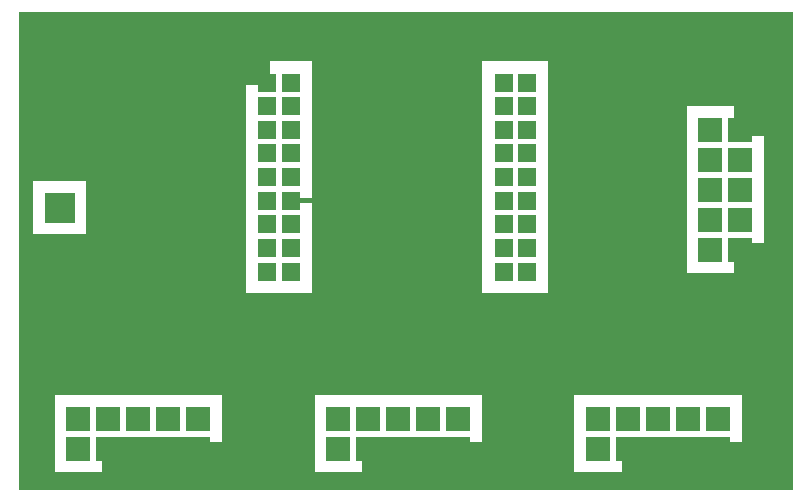
<source format=gtl>
G04 Layer_Physical_Order=1*
G04 Layer_Color=255*
%FSAX44Y44*%
%MOMM*%
G71*
G01*
G75*
%ADD10R,9.0000X2.0000*%
%ADD11R,8.5000X2.0000*%
%ADD12R,2.5000X2.5000*%
%ADD13R,2.0000X2.0000*%
%ADD14R,2.0000X2.0000*%
%ADD15R,1.6000X1.6000*%
%ADD16C,3.0000*%
G36*
X01185000Y00335000D02*
X00530000D01*
Y00740000D01*
X01185000D01*
Y00335000D01*
D02*
G37*
%LPC*%
G36*
X01141600Y00415400D02*
X01000000D01*
Y00375400D01*
Y00350000D01*
X01040000D01*
Y00375400D01*
X01141600D01*
Y00415400D01*
D02*
G37*
G36*
X00921600D02*
X00780000D01*
Y00375400D01*
Y00350000D01*
X00820000D01*
Y00375400D01*
X00921600D01*
Y00415400D01*
D02*
G37*
G36*
X00701600D02*
X00560000D01*
Y00375400D01*
Y00350000D01*
X00600000D01*
Y00375400D01*
X00701600D01*
Y00415400D01*
D02*
G37*
G36*
X01135000Y00660000D02*
X01095000D01*
Y00620000D01*
Y00594600D01*
Y00569200D01*
Y00543800D01*
Y00518400D01*
X01135000D01*
Y00543800D01*
X01160400D01*
Y00569200D01*
Y00594600D01*
Y00634600D01*
X01135000D01*
Y00660000D01*
D02*
G37*
G36*
X00586500Y00596500D02*
X00541500D01*
Y00551500D01*
X00586500D01*
Y00596500D01*
D02*
G37*
G36*
X00778000Y00698000D02*
X00742000D01*
Y00678000D01*
X00722000D01*
Y00658000D01*
X00722000D01*
Y00622000D01*
Y00602000D01*
Y00582000D01*
Y00562000D01*
Y00542000D01*
Y00522000D01*
Y00502000D01*
X00778000D01*
Y00522000D01*
Y00542000D01*
Y00578000D01*
X00758000D01*
Y00582000D01*
X00778000D01*
Y00602000D01*
Y00622000D01*
Y00642000D01*
Y00662000D01*
Y00698000D01*
D02*
G37*
G36*
X00978000Y00698000D02*
X00922000D01*
Y00662000D01*
Y00642000D01*
X00922000D01*
Y00638000D01*
X00922000D01*
Y00602000D01*
Y00582000D01*
Y00562000D01*
Y00542000D01*
Y00522000D01*
Y00502000D01*
X00978000D01*
Y00522000D01*
Y00542000D01*
Y00562000D01*
Y00598000D01*
X00978000D01*
Y00602000D01*
X00978000D01*
Y00622000D01*
Y00642000D01*
Y00678000D01*
X00978000D01*
Y00698000D01*
D02*
G37*
%LPD*%
D10*
X00640000Y00370000D02*
D03*
X00860000D02*
D03*
D11*
X01082500Y00370000D02*
D03*
D12*
X00564000Y00574000D02*
D03*
Y00624000D02*
D03*
D13*
X00580000Y00370000D02*
D03*
X00605400D02*
D03*
X00630800D02*
D03*
X00656200D02*
D03*
X00681600D02*
D03*
Y00395400D02*
D03*
X00656200D02*
D03*
X00630800D02*
D03*
X00605400D02*
D03*
X00580000D02*
D03*
X00800000Y00370000D02*
D03*
X00825400D02*
D03*
X00850800D02*
D03*
X00876200D02*
D03*
X00901600D02*
D03*
Y00395400D02*
D03*
X00876200D02*
D03*
X00850800D02*
D03*
X00825400D02*
D03*
X00800000D02*
D03*
X01020000Y00370000D02*
D03*
X01045400D02*
D03*
X01070800D02*
D03*
X01096200D02*
D03*
X01121600D02*
D03*
Y00395400D02*
D03*
X01096200D02*
D03*
X01070800D02*
D03*
X01045400D02*
D03*
X01020000D02*
D03*
D14*
X01115000Y00538400D02*
D03*
X01140400D02*
D03*
Y00563800D02*
D03*
Y00589200D02*
D03*
Y00614600D02*
D03*
Y00640000D02*
D03*
X01115000D02*
D03*
Y00614600D02*
D03*
Y00589200D02*
D03*
Y00563800D02*
D03*
D15*
X00740000Y00520000D02*
D03*
X00760000D02*
D03*
Y00540000D02*
D03*
X00740000D02*
D03*
Y00560000D02*
D03*
Y00580000D02*
D03*
X00760000D02*
D03*
Y00560000D02*
D03*
Y00600000D02*
D03*
X00740000D02*
D03*
Y00620000D02*
D03*
X00760000D02*
D03*
Y00640000D02*
D03*
X00740000D02*
D03*
X00740000Y00660000D02*
D03*
X00760000D02*
D03*
Y00680000D02*
D03*
X00740000D02*
D03*
X00940000Y00520000D02*
D03*
X00960000D02*
D03*
Y00540000D02*
D03*
X00940000D02*
D03*
Y00560000D02*
D03*
Y00580000D02*
D03*
X00960000D02*
D03*
Y00560000D02*
D03*
X00960000Y00600000D02*
D03*
X00940000D02*
D03*
Y00620000D02*
D03*
X00960000D02*
D03*
Y00640000D02*
D03*
Y00660000D02*
D03*
X00940000D02*
D03*
X00940000Y00640000D02*
D03*
X00940000Y00680000D02*
D03*
X00960000D02*
D03*
D16*
X00610000Y00520000D02*
D03*
X00600000Y00610000D02*
D03*
X00740000Y00385000D02*
D03*
X00963000D02*
D03*
X01150000Y00450000D02*
D03*
M02*

</source>
